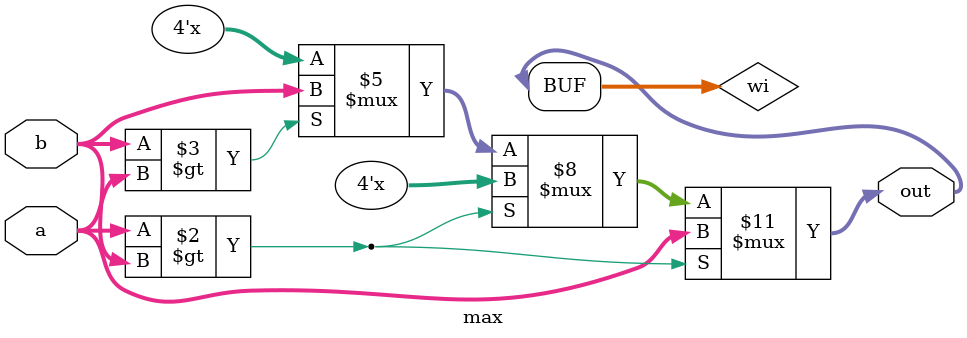
<source format=v>
module max(a,b,out);
input [3:0] a,b;
reg [3:0] wi;
output [3:0] out;
always@(a or b or wi)
begin
if(a>b)
  wi=a;
else if (b>a)
  wi=b;
end

assign out = wi;

endmodule

</source>
